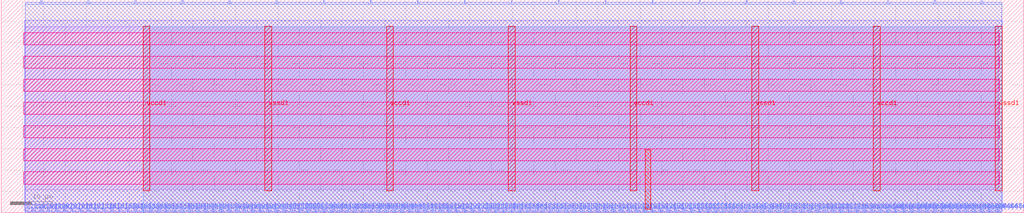
<source format=lef>
VERSION 5.7 ;
  NOWIREEXTENSIONATPIN ON ;
  DIVIDERCHAR "/" ;
  BUSBITCHARS "[]" ;
MACRO N_term_single2
  CLASS BLOCK ;
  FOREIGN N_term_single2 ;
  ORIGIN 0.000 0.000 ;
  SIZE 240.000 BY 50.000 ;
  PIN FrameStrobe[0]
    DIRECTION INPUT ;
    USE SIGNAL ;
    ANTENNAGATEAREA 0.196500 ;
    PORT
      LAYER met2 ;
        RECT 198.810 0.000 199.090 0.800 ;
    END
  END FrameStrobe[0]
  PIN FrameStrobe[10]
    DIRECTION INPUT ;
    USE SIGNAL ;
    ANTENNAGATEAREA 0.196500 ;
    PORT
      LAYER met2 ;
        RECT 217.210 0.000 217.490 0.800 ;
    END
  END FrameStrobe[10]
  PIN FrameStrobe[11]
    DIRECTION INPUT ;
    USE SIGNAL ;
    ANTENNAGATEAREA 0.196500 ;
    PORT
      LAYER met2 ;
        RECT 219.050 0.000 219.330 0.800 ;
    END
  END FrameStrobe[11]
  PIN FrameStrobe[12]
    DIRECTION INPUT ;
    USE SIGNAL ;
    ANTENNAGATEAREA 0.196500 ;
    PORT
      LAYER met2 ;
        RECT 220.890 0.000 221.170 0.800 ;
    END
  END FrameStrobe[12]
  PIN FrameStrobe[13]
    DIRECTION INPUT ;
    USE SIGNAL ;
    ANTENNAGATEAREA 0.196500 ;
    PORT
      LAYER met2 ;
        RECT 222.730 0.000 223.010 0.800 ;
    END
  END FrameStrobe[13]
  PIN FrameStrobe[14]
    DIRECTION INPUT ;
    USE SIGNAL ;
    ANTENNAGATEAREA 0.196500 ;
    PORT
      LAYER met2 ;
        RECT 224.570 0.000 224.850 0.800 ;
    END
  END FrameStrobe[14]
  PIN FrameStrobe[15]
    DIRECTION INPUT ;
    USE SIGNAL ;
    ANTENNAGATEAREA 0.196500 ;
    PORT
      LAYER met2 ;
        RECT 226.410 0.000 226.690 0.800 ;
    END
  END FrameStrobe[15]
  PIN FrameStrobe[16]
    DIRECTION INPUT ;
    USE SIGNAL ;
    ANTENNAGATEAREA 0.196500 ;
    PORT
      LAYER met2 ;
        RECT 228.250 0.000 228.530 0.800 ;
    END
  END FrameStrobe[16]
  PIN FrameStrobe[17]
    DIRECTION INPUT ;
    USE SIGNAL ;
    ANTENNAGATEAREA 0.196500 ;
    PORT
      LAYER met2 ;
        RECT 230.090 0.000 230.370 0.800 ;
    END
  END FrameStrobe[17]
  PIN FrameStrobe[18]
    DIRECTION INPUT ;
    USE SIGNAL ;
    ANTENNAGATEAREA 0.196500 ;
    PORT
      LAYER met2 ;
        RECT 231.930 0.000 232.210 0.800 ;
    END
  END FrameStrobe[18]
  PIN FrameStrobe[19]
    DIRECTION INPUT ;
    USE SIGNAL ;
    ANTENNAGATEAREA 0.196500 ;
    PORT
      LAYER met2 ;
        RECT 233.770 0.000 234.050 0.800 ;
    END
  END FrameStrobe[19]
  PIN FrameStrobe[1]
    DIRECTION INPUT ;
    USE SIGNAL ;
    ANTENNAGATEAREA 0.196500 ;
    PORT
      LAYER met2 ;
        RECT 200.650 0.000 200.930 0.800 ;
    END
  END FrameStrobe[1]
  PIN FrameStrobe[2]
    DIRECTION INPUT ;
    USE SIGNAL ;
    ANTENNAGATEAREA 0.196500 ;
    PORT
      LAYER met2 ;
        RECT 202.490 0.000 202.770 0.800 ;
    END
  END FrameStrobe[2]
  PIN FrameStrobe[3]
    DIRECTION INPUT ;
    USE SIGNAL ;
    ANTENNAGATEAREA 0.196500 ;
    PORT
      LAYER met2 ;
        RECT 204.330 0.000 204.610 0.800 ;
    END
  END FrameStrobe[3]
  PIN FrameStrobe[4]
    DIRECTION INPUT ;
    USE SIGNAL ;
    ANTENNAGATEAREA 0.196500 ;
    PORT
      LAYER met2 ;
        RECT 206.170 0.000 206.450 0.800 ;
    END
  END FrameStrobe[4]
  PIN FrameStrobe[5]
    DIRECTION INPUT ;
    USE SIGNAL ;
    ANTENNAGATEAREA 0.196500 ;
    PORT
      LAYER met2 ;
        RECT 208.010 0.000 208.290 0.800 ;
    END
  END FrameStrobe[5]
  PIN FrameStrobe[6]
    DIRECTION INPUT ;
    USE SIGNAL ;
    ANTENNAGATEAREA 0.126000 ;
    PORT
      LAYER met2 ;
        RECT 209.850 0.000 210.130 0.800 ;
    END
  END FrameStrobe[6]
  PIN FrameStrobe[7]
    DIRECTION INPUT ;
    USE SIGNAL ;
    ANTENNAGATEAREA 0.196500 ;
    PORT
      LAYER met2 ;
        RECT 211.690 0.000 211.970 0.800 ;
    END
  END FrameStrobe[7]
  PIN FrameStrobe[8]
    DIRECTION INPUT ;
    USE SIGNAL ;
    ANTENNAGATEAREA 0.196500 ;
    PORT
      LAYER met2 ;
        RECT 213.530 0.000 213.810 0.800 ;
    END
  END FrameStrobe[8]
  PIN FrameStrobe[9]
    DIRECTION INPUT ;
    USE SIGNAL ;
    ANTENNAGATEAREA 0.196500 ;
    PORT
      LAYER met2 ;
        RECT 215.370 0.000 215.650 0.800 ;
    END
  END FrameStrobe[9]
  PIN FrameStrobe_O[0]
    DIRECTION OUTPUT TRISTATE ;
    USE SIGNAL ;
    ANTENNADIFFAREA 0.795200 ;
    PORT
      LAYER met2 ;
        RECT 20.330 49.200 20.610 50.000 ;
    END
  END FrameStrobe_O[0]
  PIN FrameStrobe_O[10]
    DIRECTION OUTPUT TRISTATE ;
    USE SIGNAL ;
    ANTENNADIFFAREA 0.795200 ;
    PORT
      LAYER met2 ;
        RECT 130.730 49.200 131.010 50.000 ;
    END
  END FrameStrobe_O[10]
  PIN FrameStrobe_O[11]
    DIRECTION OUTPUT TRISTATE ;
    USE SIGNAL ;
    ANTENNADIFFAREA 0.445500 ;
    PORT
      LAYER met2 ;
        RECT 141.770 49.200 142.050 50.000 ;
    END
  END FrameStrobe_O[11]
  PIN FrameStrobe_O[12]
    DIRECTION OUTPUT TRISTATE ;
    USE SIGNAL ;
    ANTENNADIFFAREA 0.445500 ;
    PORT
      LAYER met2 ;
        RECT 152.810 49.200 153.090 50.000 ;
    END
  END FrameStrobe_O[12]
  PIN FrameStrobe_O[13]
    DIRECTION OUTPUT TRISTATE ;
    USE SIGNAL ;
    ANTENNADIFFAREA 0.445500 ;
    PORT
      LAYER met2 ;
        RECT 163.850 49.200 164.130 50.000 ;
    END
  END FrameStrobe_O[13]
  PIN FrameStrobe_O[14]
    DIRECTION OUTPUT TRISTATE ;
    USE SIGNAL ;
    ANTENNADIFFAREA 0.445500 ;
    PORT
      LAYER met2 ;
        RECT 174.890 49.200 175.170 50.000 ;
    END
  END FrameStrobe_O[14]
  PIN FrameStrobe_O[15]
    DIRECTION OUTPUT TRISTATE ;
    USE SIGNAL ;
    ANTENNADIFFAREA 0.795200 ;
    PORT
      LAYER met2 ;
        RECT 185.930 49.200 186.210 50.000 ;
    END
  END FrameStrobe_O[15]
  PIN FrameStrobe_O[16]
    DIRECTION OUTPUT TRISTATE ;
    USE SIGNAL ;
    ANTENNADIFFAREA 0.445500 ;
    PORT
      LAYER met2 ;
        RECT 196.970 49.200 197.250 50.000 ;
    END
  END FrameStrobe_O[16]
  PIN FrameStrobe_O[17]
    DIRECTION OUTPUT TRISTATE ;
    USE SIGNAL ;
    ANTENNADIFFAREA 0.445500 ;
    PORT
      LAYER met2 ;
        RECT 208.010 49.200 208.290 50.000 ;
    END
  END FrameStrobe_O[17]
  PIN FrameStrobe_O[18]
    DIRECTION OUTPUT TRISTATE ;
    USE SIGNAL ;
    ANTENNADIFFAREA 0.445500 ;
    PORT
      LAYER met2 ;
        RECT 219.050 49.200 219.330 50.000 ;
    END
  END FrameStrobe_O[18]
  PIN FrameStrobe_O[19]
    DIRECTION OUTPUT TRISTATE ;
    USE SIGNAL ;
    ANTENNADIFFAREA 0.445500 ;
    PORT
      LAYER met2 ;
        RECT 230.090 49.200 230.370 50.000 ;
    END
  END FrameStrobe_O[19]
  PIN FrameStrobe_O[1]
    DIRECTION OUTPUT TRISTATE ;
    USE SIGNAL ;
    ANTENNADIFFAREA 0.445500 ;
    PORT
      LAYER met2 ;
        RECT 31.370 49.200 31.650 50.000 ;
    END
  END FrameStrobe_O[1]
  PIN FrameStrobe_O[2]
    DIRECTION OUTPUT TRISTATE ;
    USE SIGNAL ;
    ANTENNADIFFAREA 0.445500 ;
    PORT
      LAYER met2 ;
        RECT 42.410 49.200 42.690 50.000 ;
    END
  END FrameStrobe_O[2]
  PIN FrameStrobe_O[3]
    DIRECTION OUTPUT TRISTATE ;
    USE SIGNAL ;
    ANTENNADIFFAREA 0.445500 ;
    PORT
      LAYER met2 ;
        RECT 53.450 49.200 53.730 50.000 ;
    END
  END FrameStrobe_O[3]
  PIN FrameStrobe_O[4]
    DIRECTION OUTPUT TRISTATE ;
    USE SIGNAL ;
    ANTENNADIFFAREA 0.445500 ;
    PORT
      LAYER met2 ;
        RECT 64.490 49.200 64.770 50.000 ;
    END
  END FrameStrobe_O[4]
  PIN FrameStrobe_O[5]
    DIRECTION OUTPUT TRISTATE ;
    USE SIGNAL ;
    ANTENNADIFFAREA 0.795200 ;
    PORT
      LAYER met2 ;
        RECT 75.530 49.200 75.810 50.000 ;
    END
  END FrameStrobe_O[5]
  PIN FrameStrobe_O[6]
    DIRECTION OUTPUT TRISTATE ;
    USE SIGNAL ;
    ANTENNADIFFAREA 0.445500 ;
    PORT
      LAYER met2 ;
        RECT 86.570 49.200 86.850 50.000 ;
    END
  END FrameStrobe_O[6]
  PIN FrameStrobe_O[7]
    DIRECTION OUTPUT TRISTATE ;
    USE SIGNAL ;
    ANTENNADIFFAREA 0.445500 ;
    PORT
      LAYER met2 ;
        RECT 97.610 49.200 97.890 50.000 ;
    END
  END FrameStrobe_O[7]
  PIN FrameStrobe_O[8]
    DIRECTION OUTPUT TRISTATE ;
    USE SIGNAL ;
    ANTENNADIFFAREA 0.445500 ;
    PORT
      LAYER met2 ;
        RECT 108.650 49.200 108.930 50.000 ;
    END
  END FrameStrobe_O[8]
  PIN FrameStrobe_O[9]
    DIRECTION OUTPUT TRISTATE ;
    USE SIGNAL ;
    ANTENNADIFFAREA 0.445500 ;
    PORT
      LAYER met2 ;
        RECT 119.690 49.200 119.970 50.000 ;
    END
  END FrameStrobe_O[9]
  PIN N1END[0]
    DIRECTION INPUT ;
    USE SIGNAL ;
    ANTENNAGATEAREA 0.196500 ;
    PORT
      LAYER met2 ;
        RECT 5.610 0.000 5.890 0.800 ;
    END
  END N1END[0]
  PIN N1END[1]
    DIRECTION INPUT ;
    USE SIGNAL ;
    ANTENNAGATEAREA 0.196500 ;
    PORT
      LAYER met2 ;
        RECT 7.450 0.000 7.730 0.800 ;
    END
  END N1END[1]
  PIN N1END[2]
    DIRECTION INPUT ;
    USE SIGNAL ;
    ANTENNAGATEAREA 0.196500 ;
    PORT
      LAYER met2 ;
        RECT 9.290 0.000 9.570 0.800 ;
    END
  END N1END[2]
  PIN N1END[3]
    DIRECTION INPUT ;
    USE SIGNAL ;
    ANTENNAGATEAREA 0.196500 ;
    PORT
      LAYER met2 ;
        RECT 11.130 0.000 11.410 0.800 ;
    END
  END N1END[3]
  PIN N2END[0]
    DIRECTION INPUT ;
    USE SIGNAL ;
    ANTENNAGATEAREA 0.196500 ;
    PORT
      LAYER met2 ;
        RECT 27.690 0.000 27.970 0.800 ;
    END
  END N2END[0]
  PIN N2END[1]
    DIRECTION INPUT ;
    USE SIGNAL ;
    ANTENNAGATEAREA 0.196500 ;
    PORT
      LAYER met2 ;
        RECT 29.530 0.000 29.810 0.800 ;
    END
  END N2END[1]
  PIN N2END[2]
    DIRECTION INPUT ;
    USE SIGNAL ;
    ANTENNAGATEAREA 0.196500 ;
    PORT
      LAYER met2 ;
        RECT 31.370 0.000 31.650 0.800 ;
    END
  END N2END[2]
  PIN N2END[3]
    DIRECTION INPUT ;
    USE SIGNAL ;
    ANTENNAGATEAREA 0.196500 ;
    PORT
      LAYER met2 ;
        RECT 33.210 0.000 33.490 0.800 ;
    END
  END N2END[3]
  PIN N2END[4]
    DIRECTION INPUT ;
    USE SIGNAL ;
    ANTENNAGATEAREA 0.196500 ;
    PORT
      LAYER met2 ;
        RECT 35.050 0.000 35.330 0.800 ;
    END
  END N2END[4]
  PIN N2END[5]
    DIRECTION INPUT ;
    USE SIGNAL ;
    ANTENNAGATEAREA 0.196500 ;
    PORT
      LAYER met2 ;
        RECT 36.890 0.000 37.170 0.800 ;
    END
  END N2END[5]
  PIN N2END[6]
    DIRECTION INPUT ;
    USE SIGNAL ;
    ANTENNAGATEAREA 0.196500 ;
    PORT
      LAYER met2 ;
        RECT 38.730 0.000 39.010 0.800 ;
    END
  END N2END[6]
  PIN N2END[7]
    DIRECTION INPUT ;
    USE SIGNAL ;
    ANTENNAGATEAREA 0.196500 ;
    PORT
      LAYER met2 ;
        RECT 40.570 0.000 40.850 0.800 ;
    END
  END N2END[7]
  PIN N2MID[0]
    DIRECTION INPUT ;
    USE SIGNAL ;
    ANTENNAGATEAREA 0.196500 ;
    PORT
      LAYER met2 ;
        RECT 12.970 0.000 13.250 0.800 ;
    END
  END N2MID[0]
  PIN N2MID[1]
    DIRECTION INPUT ;
    USE SIGNAL ;
    ANTENNAGATEAREA 0.126000 ;
    PORT
      LAYER met2 ;
        RECT 14.810 0.000 15.090 0.800 ;
    END
  END N2MID[1]
  PIN N2MID[2]
    DIRECTION INPUT ;
    USE SIGNAL ;
    ANTENNAGATEAREA 0.196500 ;
    PORT
      LAYER met2 ;
        RECT 16.650 0.000 16.930 0.800 ;
    END
  END N2MID[2]
  PIN N2MID[3]
    DIRECTION INPUT ;
    USE SIGNAL ;
    ANTENNAGATEAREA 0.196500 ;
    PORT
      LAYER met2 ;
        RECT 18.490 0.000 18.770 0.800 ;
    END
  END N2MID[3]
  PIN N2MID[4]
    DIRECTION INPUT ;
    USE SIGNAL ;
    ANTENNAGATEAREA 0.196500 ;
    PORT
      LAYER met2 ;
        RECT 20.330 0.000 20.610 0.800 ;
    END
  END N2MID[4]
  PIN N2MID[5]
    DIRECTION INPUT ;
    USE SIGNAL ;
    ANTENNAGATEAREA 0.196500 ;
    PORT
      LAYER met2 ;
        RECT 22.170 0.000 22.450 0.800 ;
    END
  END N2MID[5]
  PIN N2MID[6]
    DIRECTION INPUT ;
    USE SIGNAL ;
    ANTENNAGATEAREA 0.196500 ;
    PORT
      LAYER met2 ;
        RECT 24.010 0.000 24.290 0.800 ;
    END
  END N2MID[6]
  PIN N2MID[7]
    DIRECTION INPUT ;
    USE SIGNAL ;
    ANTENNAGATEAREA 0.196500 ;
    PORT
      LAYER met2 ;
        RECT 25.850 0.000 26.130 0.800 ;
    END
  END N2MID[7]
  PIN N4END[0]
    DIRECTION INPUT ;
    USE SIGNAL ;
    ANTENNAGATEAREA 0.196500 ;
    PORT
      LAYER met2 ;
        RECT 42.410 0.000 42.690 0.800 ;
    END
  END N4END[0]
  PIN N4END[10]
    DIRECTION INPUT ;
    USE SIGNAL ;
    ANTENNAGATEAREA 0.196500 ;
    PORT
      LAYER met2 ;
        RECT 60.810 0.000 61.090 0.800 ;
    END
  END N4END[10]
  PIN N4END[11]
    DIRECTION INPUT ;
    USE SIGNAL ;
    ANTENNAGATEAREA 0.196500 ;
    PORT
      LAYER met2 ;
        RECT 62.650 0.000 62.930 0.800 ;
    END
  END N4END[11]
  PIN N4END[12]
    DIRECTION INPUT ;
    USE SIGNAL ;
    ANTENNAGATEAREA 0.196500 ;
    PORT
      LAYER met2 ;
        RECT 64.490 0.000 64.770 0.800 ;
    END
  END N4END[12]
  PIN N4END[13]
    DIRECTION INPUT ;
    USE SIGNAL ;
    ANTENNAGATEAREA 0.196500 ;
    PORT
      LAYER met2 ;
        RECT 66.330 0.000 66.610 0.800 ;
    END
  END N4END[13]
  PIN N4END[14]
    DIRECTION INPUT ;
    USE SIGNAL ;
    ANTENNAGATEAREA 0.196500 ;
    PORT
      LAYER met2 ;
        RECT 68.170 0.000 68.450 0.800 ;
    END
  END N4END[14]
  PIN N4END[15]
    DIRECTION INPUT ;
    USE SIGNAL ;
    ANTENNAGATEAREA 0.196500 ;
    PORT
      LAYER met2 ;
        RECT 70.010 0.000 70.290 0.800 ;
    END
  END N4END[15]
  PIN N4END[1]
    DIRECTION INPUT ;
    USE SIGNAL ;
    ANTENNAGATEAREA 0.196500 ;
    PORT
      LAYER met2 ;
        RECT 44.250 0.000 44.530 0.800 ;
    END
  END N4END[1]
  PIN N4END[2]
    DIRECTION INPUT ;
    USE SIGNAL ;
    ANTENNAGATEAREA 0.196500 ;
    PORT
      LAYER met2 ;
        RECT 46.090 0.000 46.370 0.800 ;
    END
  END N4END[2]
  PIN N4END[3]
    DIRECTION INPUT ;
    USE SIGNAL ;
    ANTENNAGATEAREA 0.196500 ;
    PORT
      LAYER met2 ;
        RECT 47.930 0.000 48.210 0.800 ;
    END
  END N4END[3]
  PIN N4END[4]
    DIRECTION INPUT ;
    USE SIGNAL ;
    ANTENNAGATEAREA 0.196500 ;
    PORT
      LAYER met2 ;
        RECT 49.770 0.000 50.050 0.800 ;
    END
  END N4END[4]
  PIN N4END[5]
    DIRECTION INPUT ;
    USE SIGNAL ;
    ANTENNAGATEAREA 0.196500 ;
    PORT
      LAYER met2 ;
        RECT 51.610 0.000 51.890 0.800 ;
    END
  END N4END[5]
  PIN N4END[6]
    DIRECTION INPUT ;
    USE SIGNAL ;
    ANTENNAGATEAREA 0.196500 ;
    PORT
      LAYER met2 ;
        RECT 53.450 0.000 53.730 0.800 ;
    END
  END N4END[6]
  PIN N4END[7]
    DIRECTION INPUT ;
    USE SIGNAL ;
    ANTENNAGATEAREA 0.196500 ;
    PORT
      LAYER met2 ;
        RECT 55.290 0.000 55.570 0.800 ;
    END
  END N4END[7]
  PIN N4END[8]
    DIRECTION INPUT ;
    USE SIGNAL ;
    ANTENNAGATEAREA 0.196500 ;
    PORT
      LAYER met2 ;
        RECT 57.130 0.000 57.410 0.800 ;
    END
  END N4END[8]
  PIN N4END[9]
    DIRECTION INPUT ;
    USE SIGNAL ;
    ANTENNAGATEAREA 0.196500 ;
    PORT
      LAYER met2 ;
        RECT 58.970 0.000 59.250 0.800 ;
    END
  END N4END[9]
  PIN NN4END[0]
    DIRECTION INPUT ;
    USE SIGNAL ;
    ANTENNAGATEAREA 0.196500 ;
    PORT
      LAYER met2 ;
        RECT 71.850 0.000 72.130 0.800 ;
    END
  END NN4END[0]
  PIN NN4END[10]
    DIRECTION INPUT ;
    USE SIGNAL ;
    ANTENNAGATEAREA 0.196500 ;
    PORT
      LAYER met2 ;
        RECT 90.250 0.000 90.530 0.800 ;
    END
  END NN4END[10]
  PIN NN4END[11]
    DIRECTION INPUT ;
    USE SIGNAL ;
    ANTENNAGATEAREA 0.196500 ;
    PORT
      LAYER met2 ;
        RECT 92.090 0.000 92.370 0.800 ;
    END
  END NN4END[11]
  PIN NN4END[12]
    DIRECTION INPUT ;
    USE SIGNAL ;
    ANTENNAGATEAREA 0.196500 ;
    PORT
      LAYER met2 ;
        RECT 93.930 0.000 94.210 0.800 ;
    END
  END NN4END[12]
  PIN NN4END[13]
    DIRECTION INPUT ;
    USE SIGNAL ;
    ANTENNAGATEAREA 0.196500 ;
    PORT
      LAYER met2 ;
        RECT 95.770 0.000 96.050 0.800 ;
    END
  END NN4END[13]
  PIN NN4END[14]
    DIRECTION INPUT ;
    USE SIGNAL ;
    ANTENNAGATEAREA 0.196500 ;
    PORT
      LAYER met2 ;
        RECT 97.610 0.000 97.890 0.800 ;
    END
  END NN4END[14]
  PIN NN4END[15]
    DIRECTION INPUT ;
    USE SIGNAL ;
    ANTENNAGATEAREA 0.196500 ;
    PORT
      LAYER met2 ;
        RECT 99.450 0.000 99.730 0.800 ;
    END
  END NN4END[15]
  PIN NN4END[1]
    DIRECTION INPUT ;
    USE SIGNAL ;
    ANTENNAGATEAREA 0.196500 ;
    PORT
      LAYER met2 ;
        RECT 73.690 0.000 73.970 0.800 ;
    END
  END NN4END[1]
  PIN NN4END[2]
    DIRECTION INPUT ;
    USE SIGNAL ;
    ANTENNAGATEAREA 0.196500 ;
    PORT
      LAYER met2 ;
        RECT 75.530 0.000 75.810 0.800 ;
    END
  END NN4END[2]
  PIN NN4END[3]
    DIRECTION INPUT ;
    USE SIGNAL ;
    ANTENNAGATEAREA 0.196500 ;
    PORT
      LAYER met2 ;
        RECT 77.370 0.000 77.650 0.800 ;
    END
  END NN4END[3]
  PIN NN4END[4]
    DIRECTION INPUT ;
    USE SIGNAL ;
    ANTENNAGATEAREA 0.196500 ;
    PORT
      LAYER met2 ;
        RECT 79.210 0.000 79.490 0.800 ;
    END
  END NN4END[4]
  PIN NN4END[5]
    DIRECTION INPUT ;
    USE SIGNAL ;
    ANTENNAGATEAREA 0.196500 ;
    PORT
      LAYER met2 ;
        RECT 81.050 0.000 81.330 0.800 ;
    END
  END NN4END[5]
  PIN NN4END[6]
    DIRECTION INPUT ;
    USE SIGNAL ;
    ANTENNAGATEAREA 0.196500 ;
    PORT
      LAYER met2 ;
        RECT 82.890 0.000 83.170 0.800 ;
    END
  END NN4END[6]
  PIN NN4END[7]
    DIRECTION INPUT ;
    USE SIGNAL ;
    ANTENNAGATEAREA 0.196500 ;
    PORT
      LAYER met2 ;
        RECT 84.730 0.000 85.010 0.800 ;
    END
  END NN4END[7]
  PIN NN4END[8]
    DIRECTION INPUT ;
    USE SIGNAL ;
    ANTENNAGATEAREA 0.196500 ;
    PORT
      LAYER met2 ;
        RECT 86.570 0.000 86.850 0.800 ;
    END
  END NN4END[8]
  PIN NN4END[9]
    DIRECTION INPUT ;
    USE SIGNAL ;
    ANTENNAGATEAREA 0.196500 ;
    PORT
      LAYER met2 ;
        RECT 88.410 0.000 88.690 0.800 ;
    END
  END NN4END[9]
  PIN S1BEG[0]
    DIRECTION OUTPUT TRISTATE ;
    USE SIGNAL ;
    ANTENNADIFFAREA 0.445500 ;
    PORT
      LAYER met2 ;
        RECT 101.290 0.000 101.570 0.800 ;
    END
  END S1BEG[0]
  PIN S1BEG[1]
    DIRECTION OUTPUT TRISTATE ;
    USE SIGNAL ;
    ANTENNADIFFAREA 0.795200 ;
    PORT
      LAYER met2 ;
        RECT 103.130 0.000 103.410 0.800 ;
    END
  END S1BEG[1]
  PIN S1BEG[2]
    DIRECTION OUTPUT TRISTATE ;
    USE SIGNAL ;
    ANTENNADIFFAREA 0.445500 ;
    PORT
      LAYER met2 ;
        RECT 104.970 0.000 105.250 0.800 ;
    END
  END S1BEG[2]
  PIN S1BEG[3]
    DIRECTION OUTPUT TRISTATE ;
    USE SIGNAL ;
    ANTENNADIFFAREA 0.445500 ;
    PORT
      LAYER met2 ;
        RECT 106.810 0.000 107.090 0.800 ;
    END
  END S1BEG[3]
  PIN S2BEG[0]
    DIRECTION OUTPUT TRISTATE ;
    USE SIGNAL ;
    ANTENNADIFFAREA 0.795200 ;
    PORT
      LAYER met2 ;
        RECT 123.370 0.000 123.650 0.800 ;
    END
  END S2BEG[0]
  PIN S2BEG[1]
    DIRECTION OUTPUT TRISTATE ;
    USE SIGNAL ;
    ANTENNADIFFAREA 0.445500 ;
    PORT
      LAYER met2 ;
        RECT 125.210 0.000 125.490 0.800 ;
    END
  END S2BEG[1]
  PIN S2BEG[2]
    DIRECTION OUTPUT TRISTATE ;
    USE SIGNAL ;
    ANTENNADIFFAREA 0.445500 ;
    PORT
      LAYER met2 ;
        RECT 127.050 0.000 127.330 0.800 ;
    END
  END S2BEG[2]
  PIN S2BEG[3]
    DIRECTION OUTPUT TRISTATE ;
    USE SIGNAL ;
    ANTENNADIFFAREA 0.445500 ;
    PORT
      LAYER met2 ;
        RECT 128.890 0.000 129.170 0.800 ;
    END
  END S2BEG[3]
  PIN S2BEG[4]
    DIRECTION OUTPUT TRISTATE ;
    USE SIGNAL ;
    ANTENNADIFFAREA 0.795200 ;
    PORT
      LAYER met2 ;
        RECT 130.730 0.000 131.010 0.800 ;
    END
  END S2BEG[4]
  PIN S2BEG[5]
    DIRECTION OUTPUT TRISTATE ;
    USE SIGNAL ;
    ANTENNADIFFAREA 0.445500 ;
    PORT
      LAYER met2 ;
        RECT 132.570 0.000 132.850 0.800 ;
    END
  END S2BEG[5]
  PIN S2BEG[6]
    DIRECTION OUTPUT TRISTATE ;
    USE SIGNAL ;
    ANTENNADIFFAREA 0.445500 ;
    PORT
      LAYER met2 ;
        RECT 134.410 0.000 134.690 0.800 ;
    END
  END S2BEG[6]
  PIN S2BEG[7]
    DIRECTION OUTPUT TRISTATE ;
    USE SIGNAL ;
    ANTENNADIFFAREA 0.795200 ;
    PORT
      LAYER met2 ;
        RECT 136.250 0.000 136.530 0.800 ;
    END
  END S2BEG[7]
  PIN S2BEGb[0]
    DIRECTION OUTPUT TRISTATE ;
    USE SIGNAL ;
    ANTENNADIFFAREA 0.445500 ;
    PORT
      LAYER met2 ;
        RECT 108.650 0.000 108.930 0.800 ;
    END
  END S2BEGb[0]
  PIN S2BEGb[1]
    DIRECTION OUTPUT TRISTATE ;
    USE SIGNAL ;
    ANTENNADIFFAREA 0.795200 ;
    PORT
      LAYER met2 ;
        RECT 110.490 0.000 110.770 0.800 ;
    END
  END S2BEGb[1]
  PIN S2BEGb[2]
    DIRECTION OUTPUT TRISTATE ;
    USE SIGNAL ;
    ANTENNADIFFAREA 0.445500 ;
    PORT
      LAYER met2 ;
        RECT 112.330 0.000 112.610 0.800 ;
    END
  END S2BEGb[2]
  PIN S2BEGb[3]
    DIRECTION OUTPUT TRISTATE ;
    USE SIGNAL ;
    ANTENNADIFFAREA 0.445500 ;
    PORT
      LAYER met2 ;
        RECT 114.170 0.000 114.450 0.800 ;
    END
  END S2BEGb[3]
  PIN S2BEGb[4]
    DIRECTION OUTPUT TRISTATE ;
    USE SIGNAL ;
    ANTENNADIFFAREA 0.795200 ;
    PORT
      LAYER met2 ;
        RECT 116.010 0.000 116.290 0.800 ;
    END
  END S2BEGb[4]
  PIN S2BEGb[5]
    DIRECTION OUTPUT TRISTATE ;
    USE SIGNAL ;
    ANTENNADIFFAREA 0.445500 ;
    PORT
      LAYER met2 ;
        RECT 117.850 0.000 118.130 0.800 ;
    END
  END S2BEGb[5]
  PIN S2BEGb[6]
    DIRECTION OUTPUT TRISTATE ;
    USE SIGNAL ;
    ANTENNADIFFAREA 0.445500 ;
    PORT
      LAYER met2 ;
        RECT 119.690 0.000 119.970 0.800 ;
    END
  END S2BEGb[6]
  PIN S2BEGb[7]
    DIRECTION OUTPUT TRISTATE ;
    USE SIGNAL ;
    ANTENNADIFFAREA 0.445500 ;
    PORT
      LAYER met2 ;
        RECT 121.530 0.000 121.810 0.800 ;
    END
  END S2BEGb[7]
  PIN S4BEG[0]
    DIRECTION OUTPUT TRISTATE ;
    USE SIGNAL ;
    ANTENNADIFFAREA 0.445500 ;
    PORT
      LAYER met2 ;
        RECT 138.090 0.000 138.370 0.800 ;
    END
  END S4BEG[0]
  PIN S4BEG[10]
    DIRECTION OUTPUT TRISTATE ;
    USE SIGNAL ;
    ANTENNADIFFAREA 0.795200 ;
    PORT
      LAYER met2 ;
        RECT 156.490 0.000 156.770 0.800 ;
    END
  END S4BEG[10]
  PIN S4BEG[11]
    DIRECTION OUTPUT TRISTATE ;
    USE SIGNAL ;
    ANTENNADIFFAREA 0.795200 ;
    PORT
      LAYER met2 ;
        RECT 158.330 0.000 158.610 0.800 ;
    END
  END S4BEG[11]
  PIN S4BEG[12]
    DIRECTION OUTPUT TRISTATE ;
    USE SIGNAL ;
    ANTENNADIFFAREA 0.445500 ;
    PORT
      LAYER met2 ;
        RECT 160.170 0.000 160.450 0.800 ;
    END
  END S4BEG[12]
  PIN S4BEG[13]
    DIRECTION OUTPUT TRISTATE ;
    USE SIGNAL ;
    ANTENNADIFFAREA 0.795200 ;
    PORT
      LAYER met2 ;
        RECT 162.010 0.000 162.290 0.800 ;
    END
  END S4BEG[13]
  PIN S4BEG[14]
    DIRECTION OUTPUT TRISTATE ;
    USE SIGNAL ;
    ANTENNADIFFAREA 0.795200 ;
    PORT
      LAYER met2 ;
        RECT 163.850 0.000 164.130 0.800 ;
    END
  END S4BEG[14]
  PIN S4BEG[15]
    DIRECTION OUTPUT TRISTATE ;
    USE SIGNAL ;
    ANTENNADIFFAREA 0.445500 ;
    PORT
      LAYER met2 ;
        RECT 165.690 0.000 165.970 0.800 ;
    END
  END S4BEG[15]
  PIN S4BEG[1]
    DIRECTION OUTPUT TRISTATE ;
    USE SIGNAL ;
    ANTENNADIFFAREA 0.445500 ;
    PORT
      LAYER met2 ;
        RECT 139.930 0.000 140.210 0.800 ;
    END
  END S4BEG[1]
  PIN S4BEG[2]
    DIRECTION OUTPUT TRISTATE ;
    USE SIGNAL ;
    ANTENNADIFFAREA 0.795200 ;
    PORT
      LAYER met2 ;
        RECT 141.770 0.000 142.050 0.800 ;
    END
  END S4BEG[2]
  PIN S4BEG[3]
    DIRECTION OUTPUT TRISTATE ;
    USE SIGNAL ;
    ANTENNADIFFAREA 0.795200 ;
    PORT
      LAYER met2 ;
        RECT 143.610 0.000 143.890 0.800 ;
    END
  END S4BEG[3]
  PIN S4BEG[4]
    DIRECTION OUTPUT TRISTATE ;
    USE SIGNAL ;
    ANTENNADIFFAREA 0.445500 ;
    PORT
      LAYER met2 ;
        RECT 145.450 0.000 145.730 0.800 ;
    END
  END S4BEG[4]
  PIN S4BEG[5]
    DIRECTION OUTPUT TRISTATE ;
    USE SIGNAL ;
    ANTENNADIFFAREA 0.795200 ;
    PORT
      LAYER met2 ;
        RECT 147.290 0.000 147.570 0.800 ;
    END
  END S4BEG[5]
  PIN S4BEG[6]
    DIRECTION OUTPUT TRISTATE ;
    USE SIGNAL ;
    ANTENNADIFFAREA 0.795200 ;
    PORT
      LAYER met2 ;
        RECT 149.130 0.000 149.410 0.800 ;
    END
  END S4BEG[6]
  PIN S4BEG[7]
    DIRECTION OUTPUT TRISTATE ;
    USE SIGNAL ;
    ANTENNADIFFAREA 0.795200 ;
    PORT
      LAYER met2 ;
        RECT 150.970 0.000 151.250 0.800 ;
    END
  END S4BEG[7]
  PIN S4BEG[8]
    DIRECTION OUTPUT TRISTATE ;
    USE SIGNAL ;
    ANTENNADIFFAREA 0.445500 ;
    PORT
      LAYER met2 ;
        RECT 152.810 0.000 153.090 0.800 ;
    END
  END S4BEG[8]
  PIN S4BEG[9]
    DIRECTION OUTPUT TRISTATE ;
    USE SIGNAL ;
    ANTENNADIFFAREA 0.795200 ;
    PORT
      LAYER met2 ;
        RECT 154.650 0.000 154.930 0.800 ;
    END
  END S4BEG[9]
  PIN SS4BEG[0]
    DIRECTION OUTPUT TRISTATE ;
    USE SIGNAL ;
    ANTENNADIFFAREA 0.795200 ;
    PORT
      LAYER met2 ;
        RECT 167.530 0.000 167.810 0.800 ;
    END
  END SS4BEG[0]
  PIN SS4BEG[10]
    DIRECTION OUTPUT TRISTATE ;
    USE SIGNAL ;
    ANTENNADIFFAREA 0.795200 ;
    PORT
      LAYER met2 ;
        RECT 185.930 0.000 186.210 0.800 ;
    END
  END SS4BEG[10]
  PIN SS4BEG[11]
    DIRECTION OUTPUT TRISTATE ;
    USE SIGNAL ;
    ANTENNADIFFAREA 0.445500 ;
    PORT
      LAYER met2 ;
        RECT 187.770 0.000 188.050 0.800 ;
    END
  END SS4BEG[11]
  PIN SS4BEG[12]
    DIRECTION OUTPUT TRISTATE ;
    USE SIGNAL ;
    ANTENNADIFFAREA 0.795200 ;
    PORT
      LAYER met2 ;
        RECT 189.610 0.000 189.890 0.800 ;
    END
  END SS4BEG[12]
  PIN SS4BEG[13]
    DIRECTION OUTPUT TRISTATE ;
    USE SIGNAL ;
    ANTENNADIFFAREA 0.795200 ;
    PORT
      LAYER met2 ;
        RECT 191.450 0.000 191.730 0.800 ;
    END
  END SS4BEG[13]
  PIN SS4BEG[14]
    DIRECTION OUTPUT TRISTATE ;
    USE SIGNAL ;
    ANTENNADIFFAREA 0.795200 ;
    PORT
      LAYER met2 ;
        RECT 193.290 0.000 193.570 0.800 ;
    END
  END SS4BEG[14]
  PIN SS4BEG[15]
    DIRECTION OUTPUT TRISTATE ;
    USE SIGNAL ;
    ANTENNADIFFAREA 0.795200 ;
    PORT
      LAYER met2 ;
        RECT 195.130 0.000 195.410 0.800 ;
    END
  END SS4BEG[15]
  PIN SS4BEG[1]
    DIRECTION OUTPUT TRISTATE ;
    USE SIGNAL ;
    ANTENNADIFFAREA 0.795200 ;
    PORT
      LAYER met2 ;
        RECT 169.370 0.000 169.650 0.800 ;
    END
  END SS4BEG[1]
  PIN SS4BEG[2]
    DIRECTION OUTPUT TRISTATE ;
    USE SIGNAL ;
    ANTENNADIFFAREA 0.795200 ;
    PORT
      LAYER met2 ;
        RECT 171.210 0.000 171.490 0.800 ;
    END
  END SS4BEG[2]
  PIN SS4BEG[3]
    DIRECTION OUTPUT TRISTATE ;
    USE SIGNAL ;
    ANTENNADIFFAREA 0.445500 ;
    PORT
      LAYER met2 ;
        RECT 173.050 0.000 173.330 0.800 ;
    END
  END SS4BEG[3]
  PIN SS4BEG[4]
    DIRECTION OUTPUT TRISTATE ;
    USE SIGNAL ;
    ANTENNADIFFAREA 0.795200 ;
    PORT
      LAYER met2 ;
        RECT 174.890 0.000 175.170 0.800 ;
    END
  END SS4BEG[4]
  PIN SS4BEG[5]
    DIRECTION OUTPUT TRISTATE ;
    USE SIGNAL ;
    ANTENNADIFFAREA 0.795200 ;
    PORT
      LAYER met2 ;
        RECT 176.730 0.000 177.010 0.800 ;
    END
  END SS4BEG[5]
  PIN SS4BEG[6]
    DIRECTION OUTPUT TRISTATE ;
    USE SIGNAL ;
    ANTENNADIFFAREA 0.795200 ;
    PORT
      LAYER met2 ;
        RECT 178.570 0.000 178.850 0.800 ;
    END
  END SS4BEG[6]
  PIN SS4BEG[7]
    DIRECTION OUTPUT TRISTATE ;
    USE SIGNAL ;
    ANTENNADIFFAREA 0.795200 ;
    PORT
      LAYER met2 ;
        RECT 180.410 0.000 180.690 0.800 ;
    END
  END SS4BEG[7]
  PIN SS4BEG[8]
    DIRECTION OUTPUT TRISTATE ;
    USE SIGNAL ;
    ANTENNADIFFAREA 0.795200 ;
    PORT
      LAYER met2 ;
        RECT 182.250 0.000 182.530 0.800 ;
    END
  END SS4BEG[8]
  PIN SS4BEG[9]
    DIRECTION OUTPUT TRISTATE ;
    USE SIGNAL ;
    ANTENNADIFFAREA 0.795200 ;
    PORT
      LAYER met2 ;
        RECT 184.090 0.000 184.370 0.800 ;
    END
  END SS4BEG[9]
  PIN UserCLK
    DIRECTION INPUT ;
    USE SIGNAL ;
    ANTENNAGATEAREA 0.196500 ;
    PORT
      LAYER met2 ;
        RECT 196.970 0.000 197.250 0.800 ;
    END
  END UserCLK
  PIN UserCLKo
    DIRECTION OUTPUT TRISTATE ;
    USE SIGNAL ;
    ANTENNADIFFAREA 0.445500 ;
    PORT
      LAYER met2 ;
        RECT 9.290 49.200 9.570 50.000 ;
    END
  END UserCLKo
  PIN vccd1
    DIRECTION INOUT ;
    USE POWER ;
    PORT
      LAYER met4 ;
        RECT 33.295 5.200 34.895 43.760 ;
    END
    PORT
      LAYER met4 ;
        RECT 90.445 5.200 92.045 43.760 ;
    END
    PORT
      LAYER met4 ;
        RECT 147.595 5.200 149.195 43.760 ;
    END
    PORT
      LAYER met4 ;
        RECT 204.745 5.200 206.345 43.760 ;
    END
  END vccd1
  PIN vssd1
    DIRECTION INOUT ;
    USE GROUND ;
    PORT
      LAYER met4 ;
        RECT 61.870 5.200 63.470 43.760 ;
    END
    PORT
      LAYER met4 ;
        RECT 119.020 5.200 120.620 43.760 ;
    END
    PORT
      LAYER met4 ;
        RECT 176.170 5.200 177.770 43.760 ;
    END
    PORT
      LAYER met4 ;
        RECT 233.320 5.200 234.920 43.760 ;
    END
  END vssd1
  OBS
      LAYER nwell ;
        RECT 5.330 39.385 234.330 42.215 ;
        RECT 5.330 33.945 234.330 36.775 ;
        RECT 5.330 28.505 234.330 31.335 ;
        RECT 5.330 23.065 234.330 25.895 ;
        RECT 5.330 17.625 234.330 20.455 ;
        RECT 5.330 12.185 234.330 15.015 ;
        RECT 5.330 6.745 234.330 9.575 ;
      LAYER li1 ;
        RECT 5.520 5.355 234.140 43.605 ;
      LAYER met1 ;
        RECT 5.520 0.380 234.920 45.180 ;
      LAYER met2 ;
        RECT 5.620 48.920 9.010 49.370 ;
        RECT 9.850 48.920 20.050 49.370 ;
        RECT 20.890 48.920 31.090 49.370 ;
        RECT 31.930 48.920 42.130 49.370 ;
        RECT 42.970 48.920 53.170 49.370 ;
        RECT 54.010 48.920 64.210 49.370 ;
        RECT 65.050 48.920 75.250 49.370 ;
        RECT 76.090 48.920 86.290 49.370 ;
        RECT 87.130 48.920 97.330 49.370 ;
        RECT 98.170 48.920 108.370 49.370 ;
        RECT 109.210 48.920 119.410 49.370 ;
        RECT 120.250 48.920 130.450 49.370 ;
        RECT 131.290 48.920 141.490 49.370 ;
        RECT 142.330 48.920 152.530 49.370 ;
        RECT 153.370 48.920 163.570 49.370 ;
        RECT 164.410 48.920 174.610 49.370 ;
        RECT 175.450 48.920 185.650 49.370 ;
        RECT 186.490 48.920 196.690 49.370 ;
        RECT 197.530 48.920 207.730 49.370 ;
        RECT 208.570 48.920 218.770 49.370 ;
        RECT 219.610 48.920 229.810 49.370 ;
        RECT 230.650 48.920 234.890 49.370 ;
        RECT 5.620 1.080 234.890 48.920 ;
        RECT 6.170 0.155 7.170 1.080 ;
        RECT 8.010 0.155 9.010 1.080 ;
        RECT 9.850 0.155 10.850 1.080 ;
        RECT 11.690 0.155 12.690 1.080 ;
        RECT 13.530 0.155 14.530 1.080 ;
        RECT 15.370 0.155 16.370 1.080 ;
        RECT 17.210 0.155 18.210 1.080 ;
        RECT 19.050 0.155 20.050 1.080 ;
        RECT 20.890 0.155 21.890 1.080 ;
        RECT 22.730 0.155 23.730 1.080 ;
        RECT 24.570 0.155 25.570 1.080 ;
        RECT 26.410 0.155 27.410 1.080 ;
        RECT 28.250 0.155 29.250 1.080 ;
        RECT 30.090 0.155 31.090 1.080 ;
        RECT 31.930 0.155 32.930 1.080 ;
        RECT 33.770 0.155 34.770 1.080 ;
        RECT 35.610 0.155 36.610 1.080 ;
        RECT 37.450 0.155 38.450 1.080 ;
        RECT 39.290 0.155 40.290 1.080 ;
        RECT 41.130 0.155 42.130 1.080 ;
        RECT 42.970 0.155 43.970 1.080 ;
        RECT 44.810 0.155 45.810 1.080 ;
        RECT 46.650 0.155 47.650 1.080 ;
        RECT 48.490 0.155 49.490 1.080 ;
        RECT 50.330 0.155 51.330 1.080 ;
        RECT 52.170 0.155 53.170 1.080 ;
        RECT 54.010 0.155 55.010 1.080 ;
        RECT 55.850 0.155 56.850 1.080 ;
        RECT 57.690 0.155 58.690 1.080 ;
        RECT 59.530 0.155 60.530 1.080 ;
        RECT 61.370 0.155 62.370 1.080 ;
        RECT 63.210 0.155 64.210 1.080 ;
        RECT 65.050 0.155 66.050 1.080 ;
        RECT 66.890 0.155 67.890 1.080 ;
        RECT 68.730 0.155 69.730 1.080 ;
        RECT 70.570 0.155 71.570 1.080 ;
        RECT 72.410 0.155 73.410 1.080 ;
        RECT 74.250 0.155 75.250 1.080 ;
        RECT 76.090 0.155 77.090 1.080 ;
        RECT 77.930 0.155 78.930 1.080 ;
        RECT 79.770 0.155 80.770 1.080 ;
        RECT 81.610 0.155 82.610 1.080 ;
        RECT 83.450 0.155 84.450 1.080 ;
        RECT 85.290 0.155 86.290 1.080 ;
        RECT 87.130 0.155 88.130 1.080 ;
        RECT 88.970 0.155 89.970 1.080 ;
        RECT 90.810 0.155 91.810 1.080 ;
        RECT 92.650 0.155 93.650 1.080 ;
        RECT 94.490 0.155 95.490 1.080 ;
        RECT 96.330 0.155 97.330 1.080 ;
        RECT 98.170 0.155 99.170 1.080 ;
        RECT 100.010 0.155 101.010 1.080 ;
        RECT 101.850 0.155 102.850 1.080 ;
        RECT 103.690 0.155 104.690 1.080 ;
        RECT 105.530 0.155 106.530 1.080 ;
        RECT 107.370 0.155 108.370 1.080 ;
        RECT 109.210 0.155 110.210 1.080 ;
        RECT 111.050 0.155 112.050 1.080 ;
        RECT 112.890 0.155 113.890 1.080 ;
        RECT 114.730 0.155 115.730 1.080 ;
        RECT 116.570 0.155 117.570 1.080 ;
        RECT 118.410 0.155 119.410 1.080 ;
        RECT 120.250 0.155 121.250 1.080 ;
        RECT 122.090 0.155 123.090 1.080 ;
        RECT 123.930 0.155 124.930 1.080 ;
        RECT 125.770 0.155 126.770 1.080 ;
        RECT 127.610 0.155 128.610 1.080 ;
        RECT 129.450 0.155 130.450 1.080 ;
        RECT 131.290 0.155 132.290 1.080 ;
        RECT 133.130 0.155 134.130 1.080 ;
        RECT 134.970 0.155 135.970 1.080 ;
        RECT 136.810 0.155 137.810 1.080 ;
        RECT 138.650 0.155 139.650 1.080 ;
        RECT 140.490 0.155 141.490 1.080 ;
        RECT 142.330 0.155 143.330 1.080 ;
        RECT 144.170 0.155 145.170 1.080 ;
        RECT 146.010 0.155 147.010 1.080 ;
        RECT 147.850 0.155 148.850 1.080 ;
        RECT 149.690 0.155 150.690 1.080 ;
        RECT 151.530 0.155 152.530 1.080 ;
        RECT 153.370 0.155 154.370 1.080 ;
        RECT 155.210 0.155 156.210 1.080 ;
        RECT 157.050 0.155 158.050 1.080 ;
        RECT 158.890 0.155 159.890 1.080 ;
        RECT 160.730 0.155 161.730 1.080 ;
        RECT 162.570 0.155 163.570 1.080 ;
        RECT 164.410 0.155 165.410 1.080 ;
        RECT 166.250 0.155 167.250 1.080 ;
        RECT 168.090 0.155 169.090 1.080 ;
        RECT 169.930 0.155 170.930 1.080 ;
        RECT 171.770 0.155 172.770 1.080 ;
        RECT 173.610 0.155 174.610 1.080 ;
        RECT 175.450 0.155 176.450 1.080 ;
        RECT 177.290 0.155 178.290 1.080 ;
        RECT 179.130 0.155 180.130 1.080 ;
        RECT 180.970 0.155 181.970 1.080 ;
        RECT 182.810 0.155 183.810 1.080 ;
        RECT 184.650 0.155 185.650 1.080 ;
        RECT 186.490 0.155 187.490 1.080 ;
        RECT 188.330 0.155 189.330 1.080 ;
        RECT 190.170 0.155 191.170 1.080 ;
        RECT 192.010 0.155 193.010 1.080 ;
        RECT 193.850 0.155 194.850 1.080 ;
        RECT 195.690 0.155 196.690 1.080 ;
        RECT 197.530 0.155 198.530 1.080 ;
        RECT 199.370 0.155 200.370 1.080 ;
        RECT 201.210 0.155 202.210 1.080 ;
        RECT 203.050 0.155 204.050 1.080 ;
        RECT 204.890 0.155 205.890 1.080 ;
        RECT 206.730 0.155 207.730 1.080 ;
        RECT 208.570 0.155 209.570 1.080 ;
        RECT 210.410 0.155 211.410 1.080 ;
        RECT 212.250 0.155 213.250 1.080 ;
        RECT 214.090 0.155 215.090 1.080 ;
        RECT 215.930 0.155 216.930 1.080 ;
        RECT 217.770 0.155 218.770 1.080 ;
        RECT 219.610 0.155 220.610 1.080 ;
        RECT 221.450 0.155 222.450 1.080 ;
        RECT 223.290 0.155 224.290 1.080 ;
        RECT 225.130 0.155 226.130 1.080 ;
        RECT 226.970 0.155 227.970 1.080 ;
        RECT 228.810 0.155 229.810 1.080 ;
        RECT 230.650 0.155 231.650 1.080 ;
        RECT 232.490 0.155 233.490 1.080 ;
        RECT 234.330 0.155 234.890 1.080 ;
      LAYER met3 ;
        RECT 33.305 0.175 234.910 43.685 ;
      LAYER met4 ;
        RECT 151.175 0.855 152.425 14.785 ;
  END
END N_term_single2
END LIBRARY


</source>
